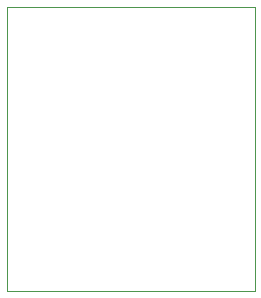
<source format=gbr>
G04 #@! TF.GenerationSoftware,KiCad,Pcbnew,(5.1.5)-3*
G04 #@! TF.CreationDate,2020-05-13T09:52:28+02:00*
G04 #@! TF.ProjectId,3D_Printer_Stepper_TMC2209,33445f50-7269-46e7-9465-725f53746570,rev?*
G04 #@! TF.SameCoordinates,Original*
G04 #@! TF.FileFunction,Profile,NP*
%FSLAX46Y46*%
G04 Gerber Fmt 4.6, Leading zero omitted, Abs format (unit mm)*
G04 Created by KiCad (PCBNEW (5.1.5)-3) date 2020-05-13 09:52:28*
%MOMM*%
%LPD*%
G04 APERTURE LIST*
%ADD10C,0.050000*%
G04 APERTURE END LIST*
D10*
X40000000Y-21000000D02*
X38000000Y-21000000D01*
X38000000Y-45000000D02*
X40000000Y-45000000D01*
X19000000Y-45000000D02*
X21000000Y-45000000D01*
X19000000Y-21000000D02*
X21000000Y-21000000D01*
X19000000Y-45000000D02*
X19000000Y-21000000D01*
X38000000Y-45000000D02*
X21000000Y-45000000D01*
X40000000Y-21000000D02*
X40000000Y-45000000D01*
X21000000Y-21000000D02*
X38000000Y-21000000D01*
M02*

</source>
